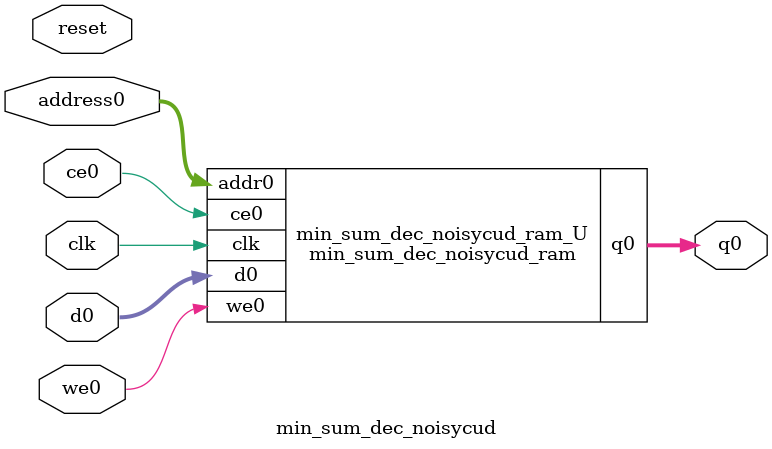
<source format=v>

`timescale 1 ns / 1 ps
module min_sum_dec_noisycud_ram (addr0, ce0, d0, we0, q0,  clk);

parameter DWIDTH = 32;
parameter AWIDTH = 8;
parameter MEM_SIZE = 167;

input[AWIDTH-1:0] addr0;
input ce0;
input[DWIDTH-1:0] d0;
input we0;
output reg[DWIDTH-1:0] q0;
input clk;

(* ram_style = "block" *)reg [DWIDTH-1:0] ram[0:MEM_SIZE-1];




always @(posedge clk)  
begin 
    if (ce0) 
    begin
        if (we0) 
        begin 
            ram[addr0] <= d0; 
            q0 <= d0;
        end 
        else 
            q0 <= ram[addr0];
    end
end


endmodule


`timescale 1 ns / 1 ps
module min_sum_dec_noisycud(
    reset,
    clk,
    address0,
    ce0,
    we0,
    d0,
    q0);

parameter DataWidth = 32'd32;
parameter AddressRange = 32'd167;
parameter AddressWidth = 32'd8;
input reset;
input clk;
input[AddressWidth - 1:0] address0;
input ce0;
input we0;
input[DataWidth - 1:0] d0;
output[DataWidth - 1:0] q0;



min_sum_dec_noisycud_ram min_sum_dec_noisycud_ram_U(
    .clk( clk ),
    .addr0( address0 ),
    .ce0( ce0 ),
    .d0( d0 ),
    .we0( we0 ),
    .q0( q0 ));

endmodule


</source>
